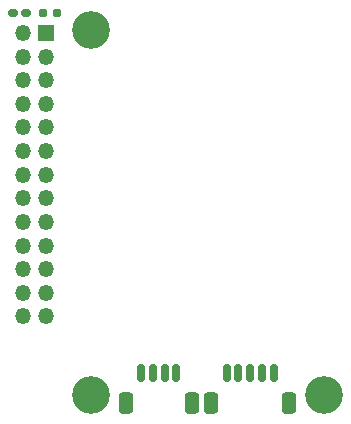
<source format=gts>
G04 #@! TF.GenerationSoftware,KiCad,Pcbnew,(6.0.7)*
G04 #@! TF.CreationDate,2022-10-21T23:47:13+08:00*
G04 #@! TF.ProjectId,pcb_front,7063625f-6672-46f6-9e74-2e6b69636164,rev?*
G04 #@! TF.SameCoordinates,Original*
G04 #@! TF.FileFunction,Soldermask,Top*
G04 #@! TF.FilePolarity,Negative*
%FSLAX46Y46*%
G04 Gerber Fmt 4.6, Leading zero omitted, Abs format (unit mm)*
G04 Created by KiCad (PCBNEW (6.0.7)) date 2022-10-21 23:47:13*
%MOMM*%
%LPD*%
G01*
G04 APERTURE LIST*
G04 Aperture macros list*
%AMRoundRect*
0 Rectangle with rounded corners*
0 $1 Rounding radius*
0 $2 $3 $4 $5 $6 $7 $8 $9 X,Y pos of 4 corners*
0 Add a 4 corners polygon primitive as box body*
4,1,4,$2,$3,$4,$5,$6,$7,$8,$9,$2,$3,0*
0 Add four circle primitives for the rounded corners*
1,1,$1+$1,$2,$3*
1,1,$1+$1,$4,$5*
1,1,$1+$1,$6,$7*
1,1,$1+$1,$8,$9*
0 Add four rect primitives between the rounded corners*
20,1,$1+$1,$2,$3,$4,$5,0*
20,1,$1+$1,$4,$5,$6,$7,0*
20,1,$1+$1,$6,$7,$8,$9,0*
20,1,$1+$1,$8,$9,$2,$3,0*%
G04 Aperture macros list end*
%ADD10C,3.200000*%
%ADD11RoundRect,0.160000X-0.197500X-0.160000X0.197500X-0.160000X0.197500X0.160000X-0.197500X0.160000X0*%
%ADD12RoundRect,0.150000X0.150000X0.625000X-0.150000X0.625000X-0.150000X-0.625000X0.150000X-0.625000X0*%
%ADD13RoundRect,0.250000X0.350000X0.650000X-0.350000X0.650000X-0.350000X-0.650000X0.350000X-0.650000X0*%
%ADD14RoundRect,0.160000X-0.222500X-0.160000X0.222500X-0.160000X0.222500X0.160000X-0.222500X0.160000X0*%
%ADD15R,1.350000X1.350000*%
%ADD16O,1.350000X1.350000*%
G04 APERTURE END LIST*
D10*
X5750000Y-30614100D03*
D11*
X1702500Y1650000D03*
X2897500Y1650000D03*
D10*
X5750000Y250000D03*
D12*
X13000000Y-28825000D03*
X12000000Y-28825000D03*
X11000000Y-28825000D03*
X10000000Y-28825000D03*
D13*
X8700000Y-31350000D03*
X14300000Y-31350000D03*
D10*
X25500000Y-30614100D03*
D14*
X-845000Y1650000D03*
X300000Y1650000D03*
D12*
X21250000Y-28825000D03*
X20250000Y-28825000D03*
X19250000Y-28825000D03*
X18250000Y-28825000D03*
X17250000Y-28825000D03*
D13*
X15950000Y-31350000D03*
X22550000Y-31350000D03*
D15*
X2000000Y0D03*
D16*
X0Y0D03*
X2000000Y-2000000D03*
X0Y-2000000D03*
X2000000Y-4000000D03*
X0Y-4000000D03*
X2000000Y-6000000D03*
X0Y-6000000D03*
X2000000Y-8000000D03*
X0Y-8000000D03*
X2000000Y-10000000D03*
X0Y-10000000D03*
X2000000Y-12000000D03*
X0Y-12000000D03*
X2000000Y-14000000D03*
X0Y-14000000D03*
X2000000Y-16000000D03*
X0Y-16000000D03*
X2000000Y-18000000D03*
X0Y-18000000D03*
X2000000Y-20000000D03*
X0Y-20000000D03*
X2000000Y-22000000D03*
X0Y-22000000D03*
X2000000Y-24000000D03*
X0Y-24000000D03*
M02*

</source>
